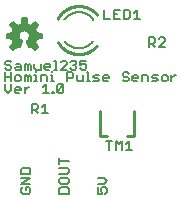
<source format=gto>
G75*
%MOIN*%
%OFA0B0*%
%FSLAX25Y25*%
%IPPOS*%
%LPD*%
%AMOC8*
5,1,8,0,0,1.08239X$1,22.5*
%
%ADD10C,0.00500*%
%ADD11C,0.00600*%
%ADD12C,0.01000*%
%ADD13C,0.00591*%
D10*
X0025866Y0019093D02*
X0026374Y0018585D01*
X0028405Y0018585D01*
X0028912Y0019093D01*
X0028912Y0020108D01*
X0028405Y0020616D01*
X0027389Y0020616D01*
X0027389Y0019601D01*
X0026374Y0020616D02*
X0025866Y0020108D01*
X0025866Y0019093D01*
X0025866Y0021848D02*
X0028912Y0023879D01*
X0025866Y0023879D01*
X0025866Y0025111D02*
X0025866Y0026634D01*
X0026374Y0027141D01*
X0028405Y0027141D01*
X0028912Y0026634D01*
X0028912Y0025111D01*
X0025866Y0025111D01*
X0025866Y0021848D02*
X0028912Y0021848D01*
X0038662Y0022356D02*
X0039169Y0021848D01*
X0041200Y0021848D01*
X0041707Y0022356D01*
X0041707Y0023371D01*
X0041200Y0023879D01*
X0039169Y0023879D01*
X0038662Y0023371D01*
X0038662Y0022356D01*
X0039169Y0020616D02*
X0038662Y0020108D01*
X0038662Y0018585D01*
X0041707Y0018585D01*
X0041707Y0020108D01*
X0041200Y0020616D01*
X0039169Y0020616D01*
X0038662Y0025111D02*
X0041200Y0025111D01*
X0041707Y0025618D01*
X0041707Y0026634D01*
X0041200Y0027141D01*
X0038662Y0027141D01*
X0038662Y0028373D02*
X0038662Y0030404D01*
X0038662Y0029389D02*
X0041707Y0029389D01*
X0051457Y0023879D02*
X0053487Y0023879D01*
X0054503Y0022863D01*
X0053487Y0021848D01*
X0051457Y0021848D01*
X0051457Y0020616D02*
X0051457Y0018585D01*
X0052980Y0018585D01*
X0052472Y0019601D01*
X0052472Y0020108D01*
X0052980Y0020616D01*
X0053995Y0020616D01*
X0054503Y0020108D01*
X0054503Y0019093D01*
X0053995Y0018585D01*
X0055211Y0032975D02*
X0055211Y0036021D01*
X0054196Y0036021D02*
X0056226Y0036021D01*
X0057458Y0036021D02*
X0058474Y0035006D01*
X0059489Y0036021D01*
X0059489Y0032975D01*
X0060721Y0032975D02*
X0062752Y0032975D01*
X0061736Y0032975D02*
X0061736Y0036021D01*
X0060721Y0035006D01*
X0057458Y0036021D02*
X0057458Y0032975D01*
X0039478Y0052050D02*
X0038462Y0052050D01*
X0037955Y0052558D01*
X0039985Y0054588D01*
X0039985Y0052558D01*
X0039478Y0052050D01*
X0037955Y0052558D02*
X0037955Y0054588D01*
X0038462Y0055096D01*
X0039478Y0055096D01*
X0039985Y0054588D01*
X0041217Y0055948D02*
X0041217Y0058994D01*
X0042740Y0058994D01*
X0043248Y0058486D01*
X0043248Y0057471D01*
X0042740Y0056963D01*
X0041217Y0056963D01*
X0041073Y0059845D02*
X0039042Y0059845D01*
X0041073Y0061876D01*
X0041073Y0062384D01*
X0040565Y0062891D01*
X0039550Y0062891D01*
X0039042Y0062384D01*
X0037375Y0062891D02*
X0037375Y0059845D01*
X0037882Y0059845D02*
X0036867Y0059845D01*
X0036287Y0059501D02*
X0036287Y0058994D01*
X0036287Y0057978D02*
X0035780Y0057978D01*
X0036287Y0057978D02*
X0036287Y0055948D01*
X0035780Y0055948D02*
X0036795Y0055948D01*
X0034547Y0055948D02*
X0034547Y0057471D01*
X0034040Y0057978D01*
X0032517Y0057978D01*
X0032517Y0055948D01*
X0034076Y0055096D02*
X0034076Y0052050D01*
X0033061Y0052050D02*
X0035091Y0052050D01*
X0036323Y0052050D02*
X0036831Y0052050D01*
X0036831Y0052558D01*
X0036323Y0052558D01*
X0036323Y0052050D01*
X0034076Y0055096D02*
X0033061Y0054081D01*
X0031357Y0055948D02*
X0030342Y0055948D01*
X0030849Y0055948D02*
X0030849Y0057978D01*
X0030342Y0057978D01*
X0029110Y0057471D02*
X0029110Y0055948D01*
X0028094Y0055948D02*
X0028094Y0057471D01*
X0028602Y0057978D01*
X0029110Y0057471D01*
X0028094Y0057471D02*
X0027587Y0057978D01*
X0027079Y0057978D01*
X0027079Y0055948D01*
X0025847Y0056455D02*
X0025847Y0057471D01*
X0025340Y0057978D01*
X0024324Y0057978D01*
X0023817Y0057471D01*
X0023817Y0056455D01*
X0024324Y0055948D01*
X0025340Y0055948D01*
X0025847Y0056455D01*
X0025340Y0054081D02*
X0024324Y0054081D01*
X0023817Y0053573D01*
X0023817Y0052558D01*
X0024324Y0052050D01*
X0025340Y0052050D01*
X0025847Y0053065D02*
X0023817Y0053065D01*
X0022585Y0053065D02*
X0022585Y0055096D01*
X0022585Y0055948D02*
X0022585Y0058994D01*
X0022077Y0059845D02*
X0021062Y0059845D01*
X0020554Y0060353D01*
X0021062Y0061368D02*
X0022077Y0061368D01*
X0022585Y0060861D01*
X0022585Y0060353D01*
X0022077Y0059845D01*
X0021062Y0061368D02*
X0020554Y0061876D01*
X0020554Y0062384D01*
X0021062Y0062891D01*
X0022077Y0062891D01*
X0022585Y0062384D01*
X0024324Y0061876D02*
X0025340Y0061876D01*
X0025847Y0061368D01*
X0025847Y0059845D01*
X0024324Y0059845D01*
X0023817Y0060353D01*
X0024324Y0060861D01*
X0025847Y0060861D01*
X0027079Y0059845D02*
X0027079Y0061876D01*
X0027587Y0061876D01*
X0028094Y0061368D01*
X0028602Y0061876D01*
X0029110Y0061368D01*
X0029110Y0059845D01*
X0028094Y0059845D02*
X0028094Y0061368D01*
X0030342Y0061876D02*
X0030342Y0060353D01*
X0030849Y0059845D01*
X0032372Y0059845D01*
X0032372Y0061876D01*
X0033604Y0061368D02*
X0033604Y0060353D01*
X0034112Y0059845D01*
X0035127Y0059845D01*
X0035635Y0060861D02*
X0033604Y0060861D01*
X0033604Y0061368D02*
X0034112Y0061876D01*
X0035127Y0061876D01*
X0035635Y0061368D01*
X0035635Y0060861D01*
X0036867Y0062891D02*
X0037375Y0062891D01*
X0042305Y0062384D02*
X0042812Y0062891D01*
X0043828Y0062891D01*
X0044335Y0062384D01*
X0044335Y0061876D01*
X0043828Y0061368D01*
X0044335Y0060861D01*
X0044335Y0060353D01*
X0043828Y0059845D01*
X0042812Y0059845D01*
X0042305Y0060353D01*
X0043320Y0061368D02*
X0043828Y0061368D01*
X0045567Y0061368D02*
X0045567Y0062891D01*
X0047598Y0062891D01*
X0047090Y0061876D02*
X0046583Y0061876D01*
X0045567Y0061368D01*
X0045567Y0060353D02*
X0046075Y0059845D01*
X0047090Y0059845D01*
X0047598Y0060353D01*
X0047598Y0061368D01*
X0047090Y0061876D01*
X0047742Y0058994D02*
X0048250Y0058994D01*
X0048250Y0055948D01*
X0047742Y0055948D02*
X0048758Y0055948D01*
X0049918Y0055948D02*
X0051441Y0055948D01*
X0051948Y0056455D01*
X0051441Y0056963D01*
X0050425Y0056963D01*
X0049918Y0057471D01*
X0050425Y0057978D01*
X0051948Y0057978D01*
X0053180Y0057471D02*
X0053180Y0056455D01*
X0053688Y0055948D01*
X0054703Y0055948D01*
X0055211Y0056963D02*
X0053180Y0056963D01*
X0053180Y0057471D02*
X0053688Y0057978D01*
X0054703Y0057978D01*
X0055211Y0057471D01*
X0055211Y0056963D01*
X0059705Y0056455D02*
X0060213Y0055948D01*
X0061228Y0055948D01*
X0061736Y0056455D01*
X0061736Y0056963D01*
X0061228Y0057471D01*
X0060213Y0057471D01*
X0059705Y0057978D01*
X0059705Y0058486D01*
X0060213Y0058994D01*
X0061228Y0058994D01*
X0061736Y0058486D01*
X0062968Y0057471D02*
X0063476Y0057978D01*
X0064491Y0057978D01*
X0064999Y0057471D01*
X0064999Y0056963D01*
X0062968Y0056963D01*
X0062968Y0056455D02*
X0062968Y0057471D01*
X0062968Y0056455D02*
X0063476Y0055948D01*
X0064491Y0055948D01*
X0066231Y0055948D02*
X0066231Y0057978D01*
X0067754Y0057978D01*
X0068261Y0057471D01*
X0068261Y0055948D01*
X0069493Y0055948D02*
X0071016Y0055948D01*
X0071524Y0056455D01*
X0071016Y0056963D01*
X0070001Y0056963D01*
X0069493Y0057471D01*
X0070001Y0057978D01*
X0071524Y0057978D01*
X0072756Y0057471D02*
X0072756Y0056455D01*
X0073264Y0055948D01*
X0074279Y0055948D01*
X0074787Y0056455D01*
X0074787Y0057471D01*
X0074279Y0057978D01*
X0073264Y0057978D01*
X0072756Y0057471D01*
X0076019Y0057978D02*
X0076019Y0055948D01*
X0076019Y0056963D02*
X0077034Y0057978D01*
X0077541Y0057978D01*
X0073741Y0067542D02*
X0071710Y0067542D01*
X0073741Y0069573D01*
X0073741Y0070080D01*
X0073233Y0070588D01*
X0072218Y0070588D01*
X0071710Y0070080D01*
X0070478Y0070080D02*
X0070478Y0069065D01*
X0069971Y0068557D01*
X0068448Y0068557D01*
X0068448Y0067542D02*
X0068448Y0070588D01*
X0069971Y0070588D01*
X0070478Y0070080D01*
X0069463Y0068557D02*
X0070478Y0067542D01*
X0065463Y0076778D02*
X0063432Y0076778D01*
X0064448Y0076778D02*
X0064448Y0079824D01*
X0063432Y0078809D01*
X0062200Y0079317D02*
X0061693Y0079824D01*
X0060170Y0079824D01*
X0060170Y0076778D01*
X0061693Y0076778D01*
X0062200Y0077286D01*
X0062200Y0079317D01*
X0058938Y0079824D02*
X0056907Y0079824D01*
X0056907Y0076778D01*
X0058938Y0076778D01*
X0057922Y0078301D02*
X0056907Y0078301D01*
X0055675Y0076778D02*
X0053644Y0076778D01*
X0053644Y0079824D01*
X0046510Y0057978D02*
X0046510Y0055948D01*
X0044987Y0055948D01*
X0044480Y0056455D01*
X0044480Y0057978D01*
X0033749Y0048541D02*
X0033749Y0045495D01*
X0032734Y0045495D02*
X0034764Y0045495D01*
X0032734Y0047525D02*
X0033749Y0048541D01*
X0031502Y0048033D02*
X0031502Y0047018D01*
X0030994Y0046510D01*
X0029471Y0046510D01*
X0029471Y0045495D02*
X0029471Y0048541D01*
X0030994Y0048541D01*
X0031502Y0048033D01*
X0030487Y0046510D02*
X0031502Y0045495D01*
X0027079Y0052050D02*
X0027079Y0054081D01*
X0028094Y0054081D02*
X0027079Y0053065D01*
X0028094Y0054081D02*
X0028602Y0054081D01*
X0025847Y0053573D02*
X0025847Y0053065D01*
X0025847Y0053573D02*
X0025340Y0054081D01*
X0022585Y0053065D02*
X0021569Y0052050D01*
X0020554Y0053065D01*
X0020554Y0055096D01*
X0020554Y0055948D02*
X0020554Y0058994D01*
X0020554Y0057471D02*
X0022585Y0057471D01*
X0030849Y0058994D02*
X0030849Y0059501D01*
D11*
X0045107Y0079060D02*
X0045261Y0079058D01*
X0045415Y0079052D01*
X0045569Y0079042D01*
X0045723Y0079028D01*
X0045876Y0079011D01*
X0046028Y0078989D01*
X0046180Y0078963D01*
X0046332Y0078934D01*
X0046482Y0078900D01*
X0046632Y0078863D01*
X0046780Y0078822D01*
X0046928Y0078777D01*
X0047074Y0078728D01*
X0047219Y0078676D01*
X0047362Y0078620D01*
X0047505Y0078560D01*
X0047645Y0078497D01*
X0047784Y0078430D01*
X0047921Y0078359D01*
X0048056Y0078285D01*
X0048189Y0078208D01*
X0048321Y0078127D01*
X0048450Y0078043D01*
X0048577Y0077955D01*
X0048701Y0077864D01*
X0048823Y0077771D01*
X0048943Y0077673D01*
X0049060Y0077573D01*
X0049175Y0077470D01*
X0049287Y0077364D01*
X0049396Y0077256D01*
X0049502Y0077144D01*
X0049606Y0077030D01*
X0049706Y0076913D01*
X0049804Y0076794D01*
X0049898Y0076672D01*
X0049989Y0076547D01*
X0045107Y0067060D02*
X0044955Y0067062D01*
X0044804Y0067068D01*
X0044653Y0067077D01*
X0044501Y0067091D01*
X0044351Y0067108D01*
X0044201Y0067129D01*
X0044051Y0067154D01*
X0043902Y0067182D01*
X0043754Y0067215D01*
X0043607Y0067251D01*
X0043460Y0067290D01*
X0043315Y0067334D01*
X0043171Y0067381D01*
X0043028Y0067432D01*
X0042887Y0067486D01*
X0042746Y0067544D01*
X0042608Y0067605D01*
X0042471Y0067670D01*
X0042335Y0067739D01*
X0042202Y0067810D01*
X0042070Y0067885D01*
X0041940Y0067964D01*
X0041813Y0068045D01*
X0041687Y0068130D01*
X0041563Y0068218D01*
X0041442Y0068309D01*
X0041323Y0068403D01*
X0041207Y0068501D01*
X0041093Y0068601D01*
X0040981Y0068703D01*
X0040873Y0068809D01*
X0040767Y0068917D01*
X0040663Y0069028D01*
X0040563Y0069142D01*
X0040465Y0069258D01*
X0040371Y0069377D01*
X0045107Y0067060D02*
X0045259Y0067062D01*
X0045410Y0067068D01*
X0045561Y0067077D01*
X0045713Y0067091D01*
X0045863Y0067108D01*
X0046013Y0067129D01*
X0046163Y0067154D01*
X0046312Y0067182D01*
X0046460Y0067215D01*
X0046607Y0067251D01*
X0046754Y0067290D01*
X0046899Y0067334D01*
X0047043Y0067381D01*
X0047186Y0067432D01*
X0047327Y0067486D01*
X0047468Y0067544D01*
X0047606Y0067605D01*
X0047743Y0067670D01*
X0047879Y0067739D01*
X0048012Y0067810D01*
X0048144Y0067885D01*
X0048274Y0067964D01*
X0048401Y0068045D01*
X0048527Y0068130D01*
X0048651Y0068218D01*
X0048772Y0068309D01*
X0048891Y0068403D01*
X0049007Y0068501D01*
X0049121Y0068601D01*
X0049233Y0068703D01*
X0049341Y0068809D01*
X0049447Y0068917D01*
X0049551Y0069028D01*
X0049651Y0069142D01*
X0049749Y0069258D01*
X0049843Y0069377D01*
X0045107Y0079060D02*
X0044957Y0079058D01*
X0044806Y0079052D01*
X0044656Y0079043D01*
X0044507Y0079030D01*
X0044357Y0079013D01*
X0044208Y0078992D01*
X0044060Y0078968D01*
X0043912Y0078940D01*
X0043765Y0078908D01*
X0043619Y0078873D01*
X0043474Y0078833D01*
X0043330Y0078791D01*
X0043187Y0078744D01*
X0043045Y0078694D01*
X0042904Y0078641D01*
X0042765Y0078584D01*
X0042627Y0078524D01*
X0042491Y0078460D01*
X0042357Y0078393D01*
X0042224Y0078322D01*
X0042093Y0078248D01*
X0041964Y0078171D01*
X0041837Y0078090D01*
X0041712Y0078007D01*
X0041589Y0077920D01*
X0041468Y0077831D01*
X0041350Y0077738D01*
X0041234Y0077642D01*
X0041120Y0077544D01*
X0041009Y0077443D01*
X0040900Y0077338D01*
X0040795Y0077232D01*
X0040691Y0077122D01*
X0040591Y0077010D01*
X0040493Y0076896D01*
X0040399Y0076779D01*
X0040307Y0076660D01*
D12*
X0038161Y0069091D02*
X0038260Y0068922D01*
X0038364Y0068756D01*
X0038471Y0068592D01*
X0038582Y0068431D01*
X0038697Y0068273D01*
X0038816Y0068118D01*
X0038939Y0067965D01*
X0039065Y0067816D01*
X0039195Y0067670D01*
X0039329Y0067527D01*
X0039466Y0067387D01*
X0039606Y0067251D01*
X0039750Y0067118D01*
X0039897Y0066989D01*
X0040047Y0066863D01*
X0040200Y0066742D01*
X0040356Y0066623D01*
X0040515Y0066509D01*
X0040676Y0066399D01*
X0040841Y0066293D01*
X0041007Y0066190D01*
X0041177Y0066092D01*
X0041348Y0065998D01*
X0041522Y0065908D01*
X0041698Y0065823D01*
X0041876Y0065741D01*
X0042056Y0065665D01*
X0042238Y0065592D01*
X0042421Y0065524D01*
X0042606Y0065461D01*
X0042793Y0065402D01*
X0042981Y0065348D01*
X0043170Y0065298D01*
X0043360Y0065253D01*
X0043552Y0065213D01*
X0043744Y0065177D01*
X0043937Y0065146D01*
X0044131Y0065120D01*
X0044326Y0065098D01*
X0044521Y0065082D01*
X0044716Y0065070D01*
X0044912Y0065062D01*
X0045107Y0065060D01*
X0038048Y0076825D02*
X0038141Y0076993D01*
X0038237Y0077159D01*
X0038337Y0077323D01*
X0038442Y0077484D01*
X0038550Y0077643D01*
X0038662Y0077799D01*
X0038778Y0077953D01*
X0038897Y0078103D01*
X0039020Y0078251D01*
X0039146Y0078396D01*
X0039276Y0078537D01*
X0039409Y0078676D01*
X0039546Y0078811D01*
X0039686Y0078943D01*
X0039828Y0079071D01*
X0039974Y0079196D01*
X0040123Y0079318D01*
X0040275Y0079436D01*
X0040429Y0079550D01*
X0040587Y0079660D01*
X0040746Y0079767D01*
X0040909Y0079870D01*
X0041074Y0079969D01*
X0041241Y0080064D01*
X0041410Y0080154D01*
X0041581Y0080241D01*
X0041755Y0080324D01*
X0041930Y0080402D01*
X0042108Y0080476D01*
X0042287Y0080546D01*
X0042467Y0080612D01*
X0042649Y0080673D01*
X0042833Y0080730D01*
X0043018Y0080782D01*
X0043204Y0080830D01*
X0043391Y0080874D01*
X0043579Y0080913D01*
X0043768Y0080947D01*
X0043958Y0080977D01*
X0044148Y0081002D01*
X0044339Y0081023D01*
X0044531Y0081039D01*
X0044723Y0081051D01*
X0044915Y0081058D01*
X0045107Y0081060D01*
X0051214Y0067892D02*
X0051087Y0067746D01*
X0050958Y0067604D01*
X0050824Y0067464D01*
X0050688Y0067328D01*
X0050548Y0067195D01*
X0050405Y0067065D01*
X0050258Y0066939D01*
X0050109Y0066817D01*
X0049957Y0066698D01*
X0049802Y0066583D01*
X0049645Y0066471D01*
X0049485Y0066364D01*
X0049322Y0066260D01*
X0049156Y0066161D01*
X0048989Y0066065D01*
X0048819Y0065973D01*
X0048647Y0065886D01*
X0048473Y0065802D01*
X0048297Y0065723D01*
X0048119Y0065649D01*
X0047939Y0065578D01*
X0047758Y0065512D01*
X0047575Y0065450D01*
X0047391Y0065393D01*
X0047205Y0065340D01*
X0047018Y0065292D01*
X0046830Y0065248D01*
X0046641Y0065209D01*
X0046451Y0065174D01*
X0046261Y0065144D01*
X0046070Y0065118D01*
X0045878Y0065097D01*
X0045685Y0065081D01*
X0045493Y0065069D01*
X0045300Y0065062D01*
X0045107Y0065060D01*
X0051253Y0078182D02*
X0051126Y0078330D01*
X0050996Y0078475D01*
X0050863Y0078616D01*
X0050726Y0078755D01*
X0050586Y0078890D01*
X0050442Y0079021D01*
X0050295Y0079149D01*
X0050146Y0079274D01*
X0049993Y0079395D01*
X0049838Y0079512D01*
X0049679Y0079625D01*
X0049518Y0079734D01*
X0049354Y0079839D01*
X0049188Y0079941D01*
X0049019Y0080038D01*
X0048849Y0080131D01*
X0048675Y0080220D01*
X0048500Y0080305D01*
X0048323Y0080385D01*
X0048144Y0080461D01*
X0047963Y0080533D01*
X0047780Y0080600D01*
X0047596Y0080663D01*
X0047410Y0080721D01*
X0047223Y0080775D01*
X0047035Y0080824D01*
X0046845Y0080869D01*
X0046655Y0080909D01*
X0046463Y0080944D01*
X0046271Y0080975D01*
X0046078Y0081001D01*
X0045884Y0081022D01*
X0045690Y0081039D01*
X0045496Y0081051D01*
X0045302Y0081058D01*
X0045107Y0081060D01*
X0052194Y0046091D02*
X0052194Y0037627D01*
X0054556Y0037627D01*
X0061249Y0037627D02*
X0063611Y0037627D01*
X0063611Y0046091D01*
D13*
X0032858Y0070372D02*
X0032858Y0071811D01*
X0030953Y0072005D01*
X0030748Y0072645D01*
X0030440Y0073243D01*
X0031650Y0074727D01*
X0030633Y0075745D01*
X0029148Y0074535D01*
X0028551Y0074843D01*
X0027910Y0075048D01*
X0027717Y0076953D01*
X0026277Y0076953D01*
X0026083Y0075048D01*
X0025443Y0074843D01*
X0024845Y0074535D01*
X0023361Y0075745D01*
X0022343Y0074727D01*
X0023554Y0073243D01*
X0023246Y0072645D01*
X0023041Y0072005D01*
X0021135Y0071811D01*
X0021135Y0070372D01*
X0023041Y0070178D01*
X0023246Y0069538D01*
X0023554Y0068940D01*
X0022343Y0067456D01*
X0023361Y0066438D01*
X0024845Y0067648D01*
X0025443Y0067340D01*
X0026291Y0069386D01*
X0025912Y0069598D01*
X0025593Y0069893D01*
X0025352Y0070253D01*
X0025202Y0070660D01*
X0025151Y0071091D01*
X0025204Y0071530D01*
X0025360Y0071943D01*
X0025609Y0072308D01*
X0025938Y0072603D01*
X0026328Y0072811D01*
X0026756Y0072921D01*
X0027198Y0072925D01*
X0027628Y0072825D01*
X0028022Y0072625D01*
X0028357Y0072338D01*
X0028614Y0071979D01*
X0028779Y0071569D01*
X0028841Y0071131D01*
X0028798Y0070692D01*
X0028652Y0070275D01*
X0028410Y0069905D01*
X0028088Y0069603D01*
X0027703Y0069386D01*
X0028551Y0067340D01*
X0029148Y0067648D01*
X0030633Y0066438D01*
X0031650Y0067456D01*
X0030440Y0068940D01*
X0030748Y0069538D01*
X0030953Y0070178D01*
X0032858Y0070372D01*
X0032858Y0070525D02*
X0028740Y0070525D01*
X0028840Y0071114D02*
X0032858Y0071114D01*
X0032858Y0071703D02*
X0028725Y0071703D01*
X0028390Y0072292D02*
X0030861Y0072292D01*
X0030626Y0072881D02*
X0027387Y0072881D01*
X0026602Y0072881D02*
X0023367Y0072881D01*
X0023368Y0073470D02*
X0030626Y0073470D01*
X0031106Y0074059D02*
X0022888Y0074059D01*
X0022408Y0074648D02*
X0024706Y0074648D01*
X0025066Y0074648D02*
X0028928Y0074648D01*
X0029288Y0074648D02*
X0031586Y0074648D01*
X0031140Y0075237D02*
X0030010Y0075237D01*
X0027891Y0075237D02*
X0026103Y0075237D01*
X0026163Y0075827D02*
X0027831Y0075827D01*
X0027771Y0076416D02*
X0026223Y0076416D01*
X0023983Y0075237D02*
X0022854Y0075237D01*
X0023133Y0072292D02*
X0025599Y0072292D01*
X0025269Y0071703D02*
X0021135Y0071703D01*
X0021135Y0071114D02*
X0025154Y0071114D01*
X0025252Y0070525D02*
X0021135Y0070525D01*
X0023118Y0069936D02*
X0025564Y0069936D01*
X0026274Y0069347D02*
X0023344Y0069347D01*
X0023405Y0068758D02*
X0026030Y0068758D01*
X0025786Y0068169D02*
X0022925Y0068169D01*
X0022445Y0067580D02*
X0024761Y0067580D01*
X0024978Y0067580D02*
X0025542Y0067580D01*
X0024039Y0066991D02*
X0022808Y0066991D01*
X0027719Y0069347D02*
X0030650Y0069347D01*
X0030589Y0068758D02*
X0027963Y0068758D01*
X0028208Y0068169D02*
X0031069Y0068169D01*
X0031549Y0067580D02*
X0029232Y0067580D01*
X0029016Y0067580D02*
X0028452Y0067580D01*
X0029955Y0066991D02*
X0031185Y0066991D01*
X0030876Y0069936D02*
X0028431Y0069936D01*
M02*

</source>
